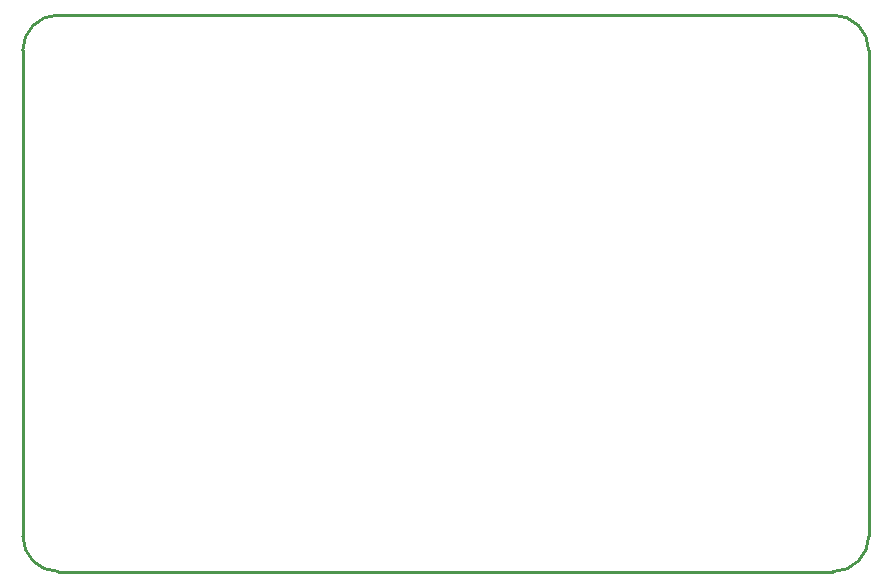
<source format=gko>
G04 Layer: BoardOutlineLayer*
G04 EasyEDA Pro v2.2.27.1, 2024-09-16 12:01:29*
G04 Gerber Generator version 0.3*
G04 Scale: 100 percent, Rotated: No, Reflected: No*
G04 Dimensions in millimeters*
G04 Leading zeros omitted, absolute positions, 3 integers and 5 decimals*
%FSLAX35Y35*%
%MOMM*%
%ADD10C,0.254*%
G75*


G04 Rect Start*
G54D10*
G01X19050Y-4418051D02*
G01X19050Y-306349D01*
G02X319049Y-6350I299999J0D01*
G01X6881851Y-6350D01*
G02X7181850Y-306349I0J-299999D01*
G01X7181850Y-4418051D01*
G02X6881851Y-4718050I-299999J0D01*
G01X319049Y-4718050D01*
G02X19050Y-4418051I0J299999D01*
G04 Rect End*

M02*


</source>
